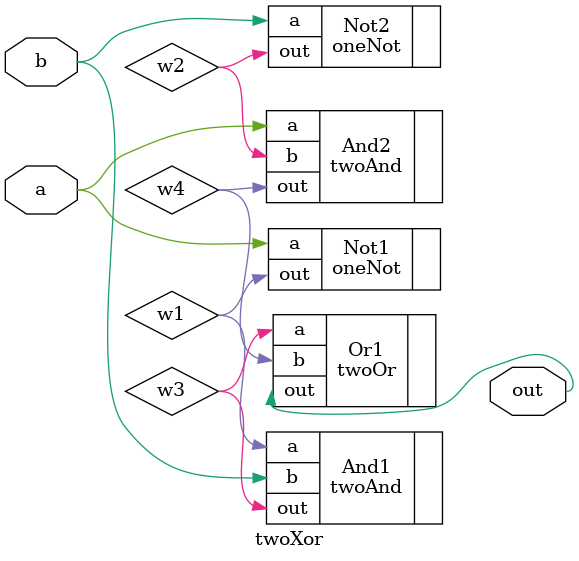
<source format=v>
module twoXor (a,b,out);

	input a,b;
	output out;
	wire w1,w2,w3,w4;
	
	oneNot Not1(
	.a(a),
	.out(w1));
	
	oneNot Not2(
	.a(b),
	.out(w2));
	
	twoAnd And1(
	.a(w1),
	.b(b),
	.out(w3));
	
	twoAnd And2(
	.a(a),
	.b(w2),
	.out(w4));
	
	twoOr Or1(
	.a(w3),
	.b(w4),
	.out(out));
	

endmodule
</source>
